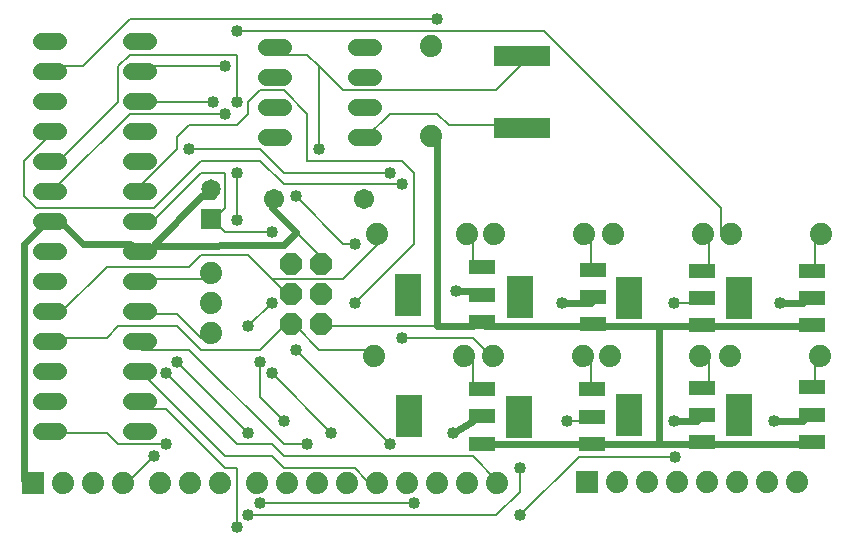
<source format=gbl>
G75*
G70*
%OFA0B0*%
%FSLAX24Y24*%
%IPPOS*%
%LPD*%
%AMOC8*
5,1,8,0,0,1.08239X$1,22.5*
%
%ADD10C,0.0740*%
%ADD11C,0.0560*%
%ADD12R,0.0740X0.0740*%
%ADD13OC8,0.0740*%
%ADD14R,0.0880X0.0480*%
%ADD15R,0.0866X0.1417*%
%ADD16R,0.1850X0.0689*%
%ADD17C,0.0673*%
%ADD18R,0.0650X0.0650*%
%ADD19C,0.0650*%
%ADD20C,0.0240*%
%ADD21C,0.0080*%
%ADD22C,0.0400*%
D10*
X001892Y001979D03*
X002892Y001979D03*
X003892Y001979D03*
X005113Y001971D03*
X006113Y001971D03*
X007113Y001971D03*
X008341Y001979D03*
X009341Y001979D03*
X010341Y001979D03*
X011341Y001979D03*
X012341Y001979D03*
X013341Y001979D03*
X014341Y001979D03*
X015341Y001979D03*
X016341Y001979D03*
X020361Y002023D03*
X021361Y002023D03*
X022361Y002023D03*
X023361Y002023D03*
X024361Y002023D03*
X025361Y002023D03*
X026361Y002023D03*
X027121Y006200D03*
X024121Y006200D03*
X023132Y006204D03*
X020132Y006204D03*
X019227Y006204D03*
X016227Y006204D03*
X015270Y006215D03*
X012270Y006215D03*
X006814Y006975D03*
X006814Y007975D03*
X006814Y008975D03*
X012365Y010278D03*
X015365Y010278D03*
X016270Y010278D03*
X019270Y010278D03*
X020219Y010274D03*
X023219Y010274D03*
X024144Y010274D03*
X027144Y010274D03*
X014144Y013558D03*
X014144Y016558D03*
D11*
X012227Y016503D02*
X011667Y016503D01*
X011667Y015503D02*
X012227Y015503D01*
X012227Y014503D02*
X011667Y014503D01*
X011667Y013503D02*
X012227Y013503D01*
X009227Y013503D02*
X008667Y013503D01*
X008667Y014503D02*
X009227Y014503D01*
X009227Y015503D02*
X008667Y015503D01*
X008667Y016503D02*
X009227Y016503D01*
X004720Y016700D02*
X004160Y016700D01*
X004160Y015700D02*
X004720Y015700D01*
X004720Y014700D02*
X004160Y014700D01*
X004160Y013700D02*
X004720Y013700D01*
X004720Y012700D02*
X004160Y012700D01*
X004160Y011700D02*
X004720Y011700D01*
X004720Y010700D02*
X004160Y010700D01*
X004160Y009700D02*
X004720Y009700D01*
X004720Y008700D02*
X004160Y008700D01*
X004160Y007700D02*
X004720Y007700D01*
X004720Y006700D02*
X004160Y006700D01*
X004160Y005700D02*
X004720Y005700D01*
X004720Y004700D02*
X004160Y004700D01*
X004160Y003700D02*
X004720Y003700D01*
X001720Y003700D02*
X001160Y003700D01*
X001160Y004700D02*
X001720Y004700D01*
X001720Y005700D02*
X001160Y005700D01*
X001160Y006700D02*
X001720Y006700D01*
X001720Y007700D02*
X001160Y007700D01*
X001160Y008700D02*
X001720Y008700D01*
X001720Y009700D02*
X001160Y009700D01*
X001160Y010700D02*
X001720Y010700D01*
X001720Y011700D02*
X001160Y011700D01*
X001160Y012700D02*
X001720Y012700D01*
X001720Y013700D02*
X001160Y013700D01*
X001160Y014700D02*
X001720Y014700D01*
X001720Y015700D02*
X001160Y015700D01*
X001160Y016700D02*
X001720Y016700D01*
D12*
X000892Y001979D03*
X019361Y002023D03*
D13*
X010479Y007286D03*
X009479Y007286D03*
X009479Y008286D03*
X010479Y008286D03*
X010479Y009286D03*
X009479Y009286D03*
D14*
X015845Y009173D03*
X015845Y008263D03*
X015845Y007353D03*
X015864Y005110D03*
X015864Y004200D03*
X015864Y003290D03*
X019526Y003286D03*
X019526Y004196D03*
X019526Y005106D03*
X019557Y007266D03*
X019557Y008176D03*
X019557Y009086D03*
X023179Y009062D03*
X023179Y008152D03*
X023179Y007242D03*
X023179Y005157D03*
X023179Y004247D03*
X023179Y003337D03*
X026852Y003349D03*
X026852Y004259D03*
X026852Y005169D03*
X026852Y007235D03*
X026852Y008145D03*
X026852Y009055D03*
D15*
X024412Y008145D03*
X020739Y008152D03*
X017117Y008176D03*
X013404Y008263D03*
X013424Y004200D03*
X017086Y004196D03*
X020739Y004247D03*
X024412Y004259D03*
D16*
X017180Y013822D03*
X017180Y016204D03*
D17*
X011924Y011456D03*
X008924Y011456D03*
D18*
X006821Y010771D03*
D19*
X006821Y011771D03*
D20*
X000892Y001979D02*
X000585Y002089D01*
X000585Y009963D01*
X001373Y010751D01*
X001440Y010700D02*
X001766Y010751D01*
X002554Y009963D01*
X004129Y009963D01*
X004440Y009700D01*
X004522Y009570D02*
X004877Y009885D01*
X009266Y009924D01*
X009640Y010357D01*
X008853Y011145D01*
X008924Y011456D01*
X006884Y011538D02*
X006821Y011771D01*
X006884Y011538D02*
X006491Y011538D01*
X004877Y009885D01*
X014144Y013558D02*
X014365Y013507D01*
X014365Y007208D01*
X015546Y007208D01*
X015940Y007208D02*
X019483Y007208D01*
X019877Y007208D02*
X021766Y007208D01*
X021766Y003271D01*
X019877Y003271D01*
X019483Y003271D02*
X015940Y003271D01*
X015546Y004058D02*
X014896Y003664D01*
X018518Y007995D02*
X019483Y007995D01*
X021766Y007208D02*
X023026Y007208D01*
X023420Y007208D02*
X026569Y007208D01*
X026569Y007995D02*
X025782Y007995D01*
X025585Y004058D02*
X026569Y004058D01*
X026569Y003271D02*
X023420Y003271D01*
X023026Y003271D02*
X021766Y003271D01*
X022239Y004058D02*
X023026Y004058D01*
X015546Y008389D02*
X014975Y008389D01*
D21*
X015546Y008389D02*
X015845Y008263D01*
X015845Y007353D02*
X015546Y007208D01*
X015845Y007353D02*
X015940Y007208D01*
X015546Y006814D02*
X015940Y006420D01*
X016227Y006204D01*
X015546Y006026D02*
X015270Y006215D01*
X015546Y006026D02*
X015546Y005239D01*
X015864Y005110D01*
X015864Y004200D02*
X015546Y004058D01*
X015864Y003290D02*
X015940Y003271D01*
X015546Y002877D02*
X016333Y002089D01*
X016341Y001979D01*
X017121Y001696D02*
X017121Y002483D01*
X017121Y001696D02*
X016333Y000908D01*
X008066Y000908D01*
X008459Y001302D02*
X013577Y001302D01*
X012341Y001979D02*
X012003Y002089D01*
X011609Y002483D01*
X009247Y002483D01*
X008853Y002877D01*
X007278Y002877D01*
X004522Y005633D01*
X004440Y005700D01*
X004522Y006420D02*
X004440Y006700D01*
X004522Y006420D02*
X006097Y006420D01*
X009247Y003271D01*
X010034Y003271D01*
X010821Y003664D02*
X008853Y005633D01*
X008459Y006026D02*
X008459Y004845D01*
X009247Y004058D01*
X008853Y003271D02*
X009247Y002877D01*
X015546Y002877D01*
X012790Y003271D02*
X009640Y006420D01*
X009640Y007208D02*
X010428Y006420D01*
X012003Y006420D01*
X012270Y006215D01*
X013184Y006814D02*
X015546Y006814D01*
X014365Y007208D02*
X010821Y007208D01*
X010479Y007286D01*
X009640Y007208D02*
X009479Y007286D01*
X009247Y007208D01*
X008459Y006420D01*
X006491Y006420D01*
X005703Y007208D01*
X003735Y007208D01*
X003341Y006814D01*
X001766Y006814D01*
X001440Y006700D01*
X001766Y007601D02*
X001440Y007700D01*
X001766Y007601D02*
X003341Y009176D01*
X006097Y009176D01*
X006491Y009570D01*
X008066Y009570D01*
X008853Y008782D01*
X011215Y008782D01*
X012396Y009963D01*
X012365Y010278D01*
X011609Y009963D02*
X011215Y009963D01*
X009640Y011538D01*
X009247Y011932D02*
X013184Y011932D01*
X013577Y012326D02*
X013577Y009963D01*
X011609Y007995D01*
X010479Y009286D02*
X010428Y009570D01*
X009640Y010357D01*
X008853Y010357D02*
X007278Y010357D01*
X006884Y010751D01*
X006821Y010771D01*
X006884Y010751D02*
X007278Y011145D01*
X007278Y012326D01*
X006491Y012326D01*
X004916Y010751D01*
X004522Y010751D01*
X004440Y010700D01*
X004916Y011145D02*
X006491Y012719D01*
X008459Y012719D01*
X009247Y011932D01*
X009247Y012326D02*
X012790Y012326D01*
X013184Y012719D02*
X013577Y012326D01*
X013184Y012719D02*
X010034Y012719D01*
X010034Y014294D01*
X009247Y015082D01*
X008459Y015082D01*
X008066Y014688D01*
X008066Y014294D01*
X007672Y013900D01*
X006097Y013900D01*
X005703Y013507D01*
X005703Y013113D01*
X004522Y011932D01*
X004440Y011700D01*
X004916Y011145D02*
X000979Y011145D01*
X000585Y011538D01*
X000585Y012719D01*
X001373Y013507D01*
X001440Y013700D01*
X001440Y012700D02*
X001766Y012719D01*
X003735Y014688D01*
X003735Y015869D01*
X004129Y016263D01*
X007672Y016263D01*
X007672Y014688D01*
X007278Y014294D02*
X004129Y014294D01*
X001766Y011932D01*
X001440Y011700D01*
X001373Y010751D02*
X001440Y010700D01*
X004440Y009700D02*
X004522Y009570D01*
X004522Y008782D02*
X004440Y008700D01*
X004522Y008782D02*
X006491Y008782D01*
X006814Y008975D01*
X005703Y007601D02*
X006491Y006814D01*
X006814Y006975D01*
X005703Y007601D02*
X004522Y007601D01*
X004440Y007700D01*
X005703Y006026D02*
X008066Y003664D01*
X007672Y003271D02*
X008853Y003271D01*
X007672Y003271D02*
X005310Y005633D01*
X004440Y004700D02*
X004522Y004452D01*
X005310Y004452D01*
X007278Y002483D01*
X007672Y002483D01*
X007672Y000515D01*
X004916Y002877D02*
X004129Y002089D01*
X003892Y001979D01*
X003735Y003271D02*
X005310Y003271D01*
X003735Y003271D02*
X003341Y003664D01*
X001766Y003664D01*
X001440Y003700D01*
X008066Y007208D02*
X008853Y007995D01*
X009247Y008389D02*
X009479Y008286D01*
X009247Y008389D02*
X008853Y008782D01*
X007672Y010751D02*
X007672Y012326D01*
X008459Y013113D02*
X009247Y012326D01*
X008459Y013113D02*
X006097Y013113D01*
X006884Y014688D02*
X004522Y014688D01*
X004440Y014700D01*
X004440Y015700D02*
X004522Y015869D01*
X007278Y015869D01*
X007672Y017050D02*
X017908Y017050D01*
X023814Y011145D01*
X023814Y010357D01*
X024144Y010274D01*
X023420Y009963D02*
X023219Y010274D01*
X023420Y009963D02*
X023420Y009176D01*
X023179Y009062D01*
X023179Y008152D02*
X023026Y007995D01*
X022239Y007995D01*
X023026Y007208D02*
X023179Y007242D01*
X023420Y007208D01*
X023132Y006204D02*
X023420Y006026D01*
X023420Y005239D01*
X023179Y005157D01*
X023179Y004247D02*
X023026Y004058D01*
X023179Y003337D02*
X023026Y003271D01*
X023179Y003337D02*
X023420Y003271D01*
X022278Y002837D02*
X019089Y002837D01*
X017121Y000908D01*
X019483Y003271D02*
X019526Y003286D01*
X019877Y003271D01*
X019483Y004058D02*
X018695Y004058D01*
X019483Y004058D02*
X019526Y004196D01*
X019526Y005106D02*
X019483Y005239D01*
X019483Y006026D01*
X019227Y006204D01*
X019483Y007208D02*
X019557Y007266D01*
X019877Y007208D01*
X019483Y007995D02*
X019557Y008176D01*
X019557Y009086D02*
X019483Y009176D01*
X019483Y010357D01*
X019270Y010278D01*
X015845Y009173D02*
X015546Y009176D01*
X015546Y009963D01*
X015365Y010278D01*
X012003Y013507D02*
X011947Y013503D01*
X012003Y013507D02*
X012790Y014294D01*
X014365Y014294D01*
X014758Y013900D01*
X017121Y013900D01*
X017180Y013822D01*
X016333Y015082D02*
X017121Y015869D01*
X017180Y016204D01*
X016333Y015082D02*
X011215Y015082D01*
X010428Y015869D01*
X010428Y013113D01*
X010428Y015869D02*
X010034Y016263D01*
X009247Y016263D01*
X008947Y016503D01*
X004129Y017444D02*
X014365Y017444D01*
X004129Y017444D02*
X002554Y015869D01*
X001766Y015869D01*
X001440Y015700D01*
X026569Y007995D02*
X026852Y008145D01*
X026852Y009055D02*
X026963Y009176D01*
X026963Y009963D01*
X027144Y010274D01*
X026852Y007235D02*
X026569Y007208D01*
X027121Y006200D02*
X026963Y006026D01*
X026963Y005239D01*
X026852Y005169D01*
X026852Y004259D02*
X026569Y004058D01*
X026852Y003349D02*
X026569Y003271D01*
D22*
X025585Y004058D03*
X022239Y004058D03*
X022278Y002837D03*
X018695Y004058D03*
X017121Y002483D03*
X014896Y003664D03*
X012790Y003271D03*
X010821Y003664D03*
X010034Y003271D03*
X009247Y004058D03*
X008066Y003664D03*
X008853Y005633D03*
X008459Y006026D03*
X009640Y006420D03*
X008066Y007208D03*
X008853Y007995D03*
X011609Y007995D03*
X013184Y006814D03*
X014975Y008389D03*
X011609Y009963D03*
X009640Y011538D03*
X008853Y010357D03*
X007672Y010751D03*
X007672Y012326D03*
X006097Y013113D03*
X007278Y014294D03*
X006884Y014688D03*
X007672Y014688D03*
X007278Y015869D03*
X007672Y017050D03*
X010428Y013113D03*
X012790Y012326D03*
X013184Y011932D03*
X018518Y007995D03*
X022239Y007995D03*
X025782Y007995D03*
X017121Y000908D03*
X013577Y001302D03*
X008459Y001302D03*
X008066Y000908D03*
X007672Y000515D03*
X004916Y002877D03*
X005310Y003271D03*
X005310Y005633D03*
X005703Y006026D03*
X014365Y017444D03*
M02*

</source>
